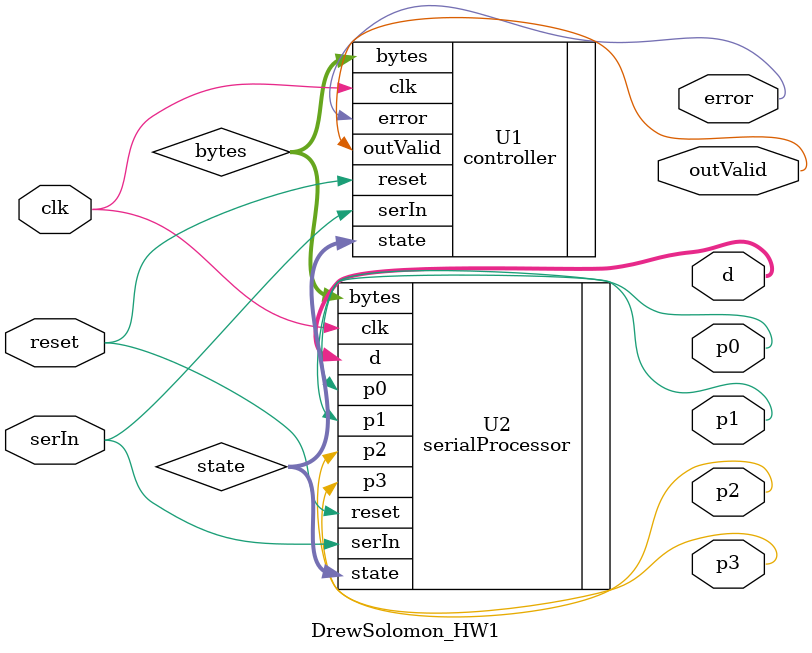
<source format=sv>
module DrewSolomon_HW1(

	input serIn, // Serial data input
	input clk, // System clock
	input reset, // Reset signal

	output reg [1:0] d, // Current activated port
	output p0, p1, p2, p3, // The ports
	output outValid, // Flag indicating there is data output occuring at a port
	output error // Flag indicating there has been an error in data output
	);

	wire [3:0] bytes; // Amount of bytes to be transferred
	wire [1:0] state; // Current state of the system
	

	controller U1(.serIn(serIn),
						.clk(clk),
						.reset(reset),
						.bytes(bytes),
						
						.state(state),
						.outValid(outValid),
						.error(error)
						);
						
	serialProcessor U2(.serIn(serIn), // This is the entire datapath
							.clk(clk),
							.reset(reset),
							.state(state),
							
							.d(d),
							.p0(p0),
							.p1(p1),
							.p2(p2),
							.p3(p3),
							.bytes(bytes)
							);

endmodule
</source>
